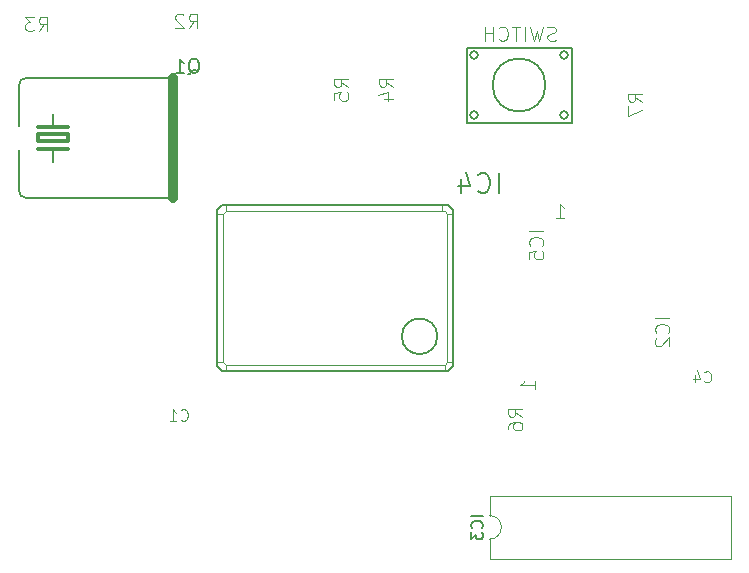
<source format=gbr>
%TF.GenerationSoftware,KiCad,Pcbnew,(6.0.5)*%
%TF.CreationDate,2022-11-15T14:41:10-03:00*%
%TF.ProjectId,obsonet_1,6f62736f-6e65-4745-9f31-2e6b69636164,rev?*%
%TF.SameCoordinates,Original*%
%TF.FileFunction,Legend,Bot*%
%TF.FilePolarity,Positive*%
%FSLAX46Y46*%
G04 Gerber Fmt 4.6, Leading zero omitted, Abs format (unit mm)*
G04 Created by KiCad (PCBNEW (6.0.5)) date 2022-11-15 14:41:10*
%MOMM*%
%LPD*%
G01*
G04 APERTURE LIST*
%ADD10C,0.081280*%
%ADD11C,0.096520*%
%ADD12C,0.101600*%
%ADD13C,0.127000*%
%ADD14C,0.150000*%
%ADD15C,0.177800*%
%ADD16C,0.304800*%
%ADD17C,0.812800*%
%ADD18C,0.152400*%
%ADD19C,0.120000*%
%ADD20C,0.050800*%
G04 APERTURE END LIST*
D10*
%TO.C,C1*%
X115815717Y-108283014D02*
X115861679Y-108328976D01*
X115999565Y-108374938D01*
X116091489Y-108374938D01*
X116229374Y-108328976D01*
X116321298Y-108237052D01*
X116367260Y-108145128D01*
X116413222Y-107961280D01*
X116413222Y-107823395D01*
X116367260Y-107639547D01*
X116321298Y-107547623D01*
X116229374Y-107455700D01*
X116091489Y-107409738D01*
X115999565Y-107409738D01*
X115861679Y-107455700D01*
X115815717Y-107501661D01*
X114896479Y-108374938D02*
X115448022Y-108374938D01*
X115172251Y-108374938D02*
X115172251Y-107409738D01*
X115264174Y-107547623D01*
X115356098Y-107639547D01*
X115448022Y-107685509D01*
%TO.C,C4*%
X160150017Y-105037514D02*
X160195979Y-105083476D01*
X160333865Y-105129438D01*
X160425789Y-105129438D01*
X160563674Y-105083476D01*
X160655598Y-104991552D01*
X160701560Y-104899628D01*
X160747522Y-104715780D01*
X160747522Y-104577895D01*
X160701560Y-104394047D01*
X160655598Y-104302123D01*
X160563674Y-104210200D01*
X160425789Y-104164238D01*
X160333865Y-104164238D01*
X160195979Y-104210200D01*
X160150017Y-104256161D01*
X159322703Y-104485971D02*
X159322703Y-105129438D01*
X159552512Y-104118276D02*
X159782322Y-104807704D01*
X159184817Y-104807704D01*
D11*
%TO.C,R2*%
X116503595Y-75126547D02*
X116905761Y-74552023D01*
X117193023Y-75126547D02*
X117193023Y-73920047D01*
X116733404Y-73920047D01*
X116618499Y-73977500D01*
X116561047Y-74034952D01*
X116503595Y-74149857D01*
X116503595Y-74322214D01*
X116561047Y-74437119D01*
X116618499Y-74494571D01*
X116733404Y-74552023D01*
X117193023Y-74552023D01*
X116043976Y-74034952D02*
X115986523Y-73977500D01*
X115871618Y-73920047D01*
X115584357Y-73920047D01*
X115469452Y-73977500D01*
X115411999Y-74034952D01*
X115354547Y-74149857D01*
X115354547Y-74264761D01*
X115411999Y-74437119D01*
X116101428Y-75126547D01*
X115354547Y-75126547D01*
%TO.C,R3*%
X103803595Y-75380547D02*
X104205761Y-74806023D01*
X104493023Y-75380547D02*
X104493023Y-74174047D01*
X104033404Y-74174047D01*
X103918499Y-74231500D01*
X103861047Y-74288952D01*
X103803595Y-74403857D01*
X103803595Y-74576214D01*
X103861047Y-74691119D01*
X103918499Y-74748571D01*
X104033404Y-74806023D01*
X104493023Y-74806023D01*
X103401428Y-74174047D02*
X102654547Y-74174047D01*
X103056714Y-74633666D01*
X102884357Y-74633666D01*
X102769452Y-74691119D01*
X102711999Y-74748571D01*
X102654547Y-74863476D01*
X102654547Y-75150738D01*
X102711999Y-75265642D01*
X102769452Y-75323095D01*
X102884357Y-75380547D01*
X103229071Y-75380547D01*
X103343976Y-75323095D01*
X103401428Y-75265642D01*
D12*
%TO.C,R4*%
X133800547Y-80089102D02*
X133226023Y-79686936D01*
X133800547Y-79399674D02*
X132594047Y-79399674D01*
X132594047Y-79859293D01*
X132651500Y-79974198D01*
X132708952Y-80031650D01*
X132823857Y-80089102D01*
X132996214Y-80089102D01*
X133111119Y-80031650D01*
X133168571Y-79974198D01*
X133226023Y-79859293D01*
X133226023Y-79399674D01*
X132996214Y-81123245D02*
X133800547Y-81123245D01*
X132536595Y-80835983D02*
X133398380Y-80548721D01*
X133398380Y-81295602D01*
%TO.C,R5*%
X129990547Y-80124402D02*
X129416023Y-79722236D01*
X129990547Y-79434974D02*
X128784047Y-79434974D01*
X128784047Y-79894593D01*
X128841500Y-80009498D01*
X128898952Y-80066950D01*
X129013857Y-80124402D01*
X129186214Y-80124402D01*
X129301119Y-80066950D01*
X129358571Y-80009498D01*
X129416023Y-79894593D01*
X129416023Y-79434974D01*
X128784047Y-81215998D02*
X128784047Y-80641474D01*
X129358571Y-80584021D01*
X129301119Y-80641474D01*
X129243666Y-80756379D01*
X129243666Y-81043640D01*
X129301119Y-81158545D01*
X129358571Y-81215998D01*
X129473476Y-81273450D01*
X129760738Y-81273450D01*
X129875642Y-81215998D01*
X129933095Y-81158545D01*
X129990547Y-81043640D01*
X129990547Y-80756379D01*
X129933095Y-80641474D01*
X129875642Y-80584021D01*
%TO.C,R6*%
X144722547Y-108029102D02*
X144148023Y-107626936D01*
X144722547Y-107339674D02*
X143516047Y-107339674D01*
X143516047Y-107799293D01*
X143573500Y-107914198D01*
X143630952Y-107971650D01*
X143745857Y-108029102D01*
X143918214Y-108029102D01*
X144033119Y-107971650D01*
X144090571Y-107914198D01*
X144148023Y-107799293D01*
X144148023Y-107339674D01*
X143516047Y-109063245D02*
X143516047Y-108833436D01*
X143573500Y-108718531D01*
X143630952Y-108661079D01*
X143803309Y-108546174D01*
X144033119Y-108488721D01*
X144492738Y-108488721D01*
X144607642Y-108546174D01*
X144665095Y-108603626D01*
X144722547Y-108718531D01*
X144722547Y-108948340D01*
X144665095Y-109063245D01*
X144607642Y-109120698D01*
X144492738Y-109178150D01*
X144205476Y-109178150D01*
X144090571Y-109120698D01*
X144033119Y-109063245D01*
X143975666Y-108948340D01*
X143975666Y-108718531D01*
X144033119Y-108603626D01*
X144090571Y-108546174D01*
X144205476Y-108488721D01*
%TO.C,R7*%
X154882547Y-81359102D02*
X154308023Y-80956936D01*
X154882547Y-80669674D02*
X153676047Y-80669674D01*
X153676047Y-81129293D01*
X153733500Y-81244198D01*
X153790952Y-81301650D01*
X153905857Y-81359102D01*
X154078214Y-81359102D01*
X154193119Y-81301650D01*
X154250571Y-81244198D01*
X154308023Y-81129293D01*
X154308023Y-80669674D01*
X153676047Y-81761269D02*
X153676047Y-82565602D01*
X154882547Y-82048531D01*
D11*
%TO.C,IC2*%
X157168547Y-99656452D02*
X155962047Y-99656452D01*
X157053642Y-100920404D02*
X157111095Y-100862952D01*
X157168547Y-100690595D01*
X157168547Y-100575690D01*
X157111095Y-100403333D01*
X156996190Y-100288428D01*
X156881285Y-100230976D01*
X156651476Y-100173523D01*
X156479119Y-100173523D01*
X156249309Y-100230976D01*
X156134404Y-100288428D01*
X156019500Y-100403333D01*
X155962047Y-100575690D01*
X155962047Y-100690595D01*
X156019500Y-100862952D01*
X156076952Y-100920404D01*
X156076952Y-101380023D02*
X156019500Y-101437476D01*
X155962047Y-101552381D01*
X155962047Y-101839642D01*
X156019500Y-101954547D01*
X156076952Y-102012000D01*
X156191857Y-102069452D01*
X156306761Y-102069452D01*
X156479119Y-102012000D01*
X157168547Y-101322571D01*
X157168547Y-102069452D01*
D13*
%TO.C,Q1*%
X116465954Y-79051452D02*
X116580859Y-78994000D01*
X116695764Y-78879095D01*
X116868121Y-78706738D01*
X116983026Y-78649285D01*
X117097930Y-78649285D01*
X117040478Y-78936547D02*
X117155383Y-78879095D01*
X117270288Y-78764190D01*
X117327740Y-78534380D01*
X117327740Y-78132214D01*
X117270288Y-77902404D01*
X117155383Y-77787500D01*
X117040478Y-77730047D01*
X116810669Y-77730047D01*
X116695764Y-77787500D01*
X116580859Y-77902404D01*
X116523407Y-78132214D01*
X116523407Y-78534380D01*
X116580859Y-78764190D01*
X116695764Y-78879095D01*
X116810669Y-78936547D01*
X117040478Y-78936547D01*
X115374359Y-78936547D02*
X116063788Y-78936547D01*
X115719073Y-78936547D02*
X115719073Y-77730047D01*
X115833978Y-77902404D01*
X115948883Y-78017309D01*
X116063788Y-78074761D01*
D14*
%TO.C,IC3*%
X141407380Y-116423809D02*
X140407380Y-116423809D01*
X141312142Y-117471428D02*
X141359761Y-117423809D01*
X141407380Y-117280952D01*
X141407380Y-117185714D01*
X141359761Y-117042857D01*
X141264523Y-116947619D01*
X141169285Y-116900000D01*
X140978809Y-116852380D01*
X140835952Y-116852380D01*
X140645476Y-116900000D01*
X140550238Y-116947619D01*
X140455000Y-117042857D01*
X140407380Y-117185714D01*
X140407380Y-117280952D01*
X140455000Y-117423809D01*
X140502619Y-117471428D01*
X140407380Y-117804761D02*
X140407380Y-118423809D01*
X140788333Y-118090476D01*
X140788333Y-118233333D01*
X140835952Y-118328571D01*
X140883571Y-118376190D01*
X140978809Y-118423809D01*
X141216904Y-118423809D01*
X141312142Y-118376190D01*
X141359761Y-118328571D01*
X141407380Y-118233333D01*
X141407380Y-117947619D01*
X141359761Y-117852380D01*
X141312142Y-117804761D01*
D12*
X145767547Y-105685278D02*
X145767547Y-104995849D01*
X145767547Y-105340563D02*
X144561047Y-105340563D01*
X144733404Y-105225659D01*
X144848309Y-105110754D01*
X144905761Y-104995849D01*
D11*
%TO.C,SW1*%
X147549047Y-76152195D02*
X147376690Y-76209647D01*
X147089428Y-76209647D01*
X146974523Y-76152195D01*
X146917071Y-76094742D01*
X146859618Y-75979838D01*
X146859618Y-75864933D01*
X146917071Y-75750028D01*
X146974523Y-75692576D01*
X147089428Y-75635123D01*
X147319238Y-75577671D01*
X147434142Y-75520219D01*
X147491595Y-75462766D01*
X147549047Y-75347861D01*
X147549047Y-75232957D01*
X147491595Y-75118052D01*
X147434142Y-75060600D01*
X147319238Y-75003147D01*
X147031976Y-75003147D01*
X146859618Y-75060600D01*
X146457452Y-75003147D02*
X146170190Y-76209647D01*
X145940380Y-75347861D01*
X145710571Y-76209647D01*
X145423309Y-75003147D01*
X144963690Y-76209647D02*
X144963690Y-75003147D01*
X144561523Y-75003147D02*
X143872095Y-75003147D01*
X144216809Y-76209647D02*
X144216809Y-75003147D01*
X142780499Y-76094742D02*
X142837952Y-76152195D01*
X143010309Y-76209647D01*
X143125214Y-76209647D01*
X143297571Y-76152195D01*
X143412476Y-76037290D01*
X143469928Y-75922385D01*
X143527380Y-75692576D01*
X143527380Y-75520219D01*
X143469928Y-75290409D01*
X143412476Y-75175504D01*
X143297571Y-75060600D01*
X143125214Y-75003147D01*
X143010309Y-75003147D01*
X142837952Y-75060600D01*
X142780499Y-75118052D01*
X142263428Y-76209647D02*
X142263428Y-75003147D01*
X142263428Y-75577671D02*
X141573999Y-75577671D01*
X141573999Y-76209647D02*
X141573999Y-75003147D01*
%TO.C,IC5*%
X146500547Y-92290452D02*
X145294047Y-92290452D01*
X146385642Y-93554404D02*
X146443095Y-93496952D01*
X146500547Y-93324595D01*
X146500547Y-93209690D01*
X146443095Y-93037333D01*
X146328190Y-92922428D01*
X146213285Y-92864976D01*
X145983476Y-92807523D01*
X145811119Y-92807523D01*
X145581309Y-92864976D01*
X145466404Y-92922428D01*
X145351500Y-93037333D01*
X145294047Y-93209690D01*
X145294047Y-93324595D01*
X145351500Y-93496952D01*
X145408952Y-93554404D01*
X145294047Y-94646000D02*
X145294047Y-94071476D01*
X145868571Y-94014023D01*
X145811119Y-94071476D01*
X145753666Y-94186381D01*
X145753666Y-94473642D01*
X145811119Y-94588547D01*
X145868571Y-94646000D01*
X145983476Y-94703452D01*
X146270738Y-94703452D01*
X146385642Y-94646000D01*
X146443095Y-94588547D01*
X146500547Y-94473642D01*
X146500547Y-94186381D01*
X146443095Y-94071476D01*
X146385642Y-94014023D01*
D12*
X147605749Y-91195647D02*
X148295178Y-91195647D01*
X147950463Y-91195647D02*
X147950463Y-89989147D01*
X148065368Y-90161504D01*
X148180273Y-90276409D01*
X148295178Y-90333861D01*
D15*
%TO.C,IC4*%
X142753503Y-89073566D02*
X142753503Y-87384466D01*
X140983970Y-88912700D02*
X141064403Y-88993133D01*
X141305703Y-89073566D01*
X141466570Y-89073566D01*
X141707870Y-88993133D01*
X141868736Y-88832266D01*
X141949170Y-88671400D01*
X142029603Y-88349666D01*
X142029603Y-88108366D01*
X141949170Y-87786633D01*
X141868736Y-87625766D01*
X141707870Y-87464900D01*
X141466570Y-87384466D01*
X141305703Y-87384466D01*
X141064403Y-87464900D01*
X140983970Y-87545333D01*
X139536170Y-87947500D02*
X139536170Y-89073566D01*
X139938336Y-87304033D02*
X140340503Y-88510533D01*
X139294870Y-88510533D01*
D16*
%TO.C,Q1*%
X103748900Y-84096600D02*
X106288900Y-84096600D01*
D17*
X115178900Y-79346800D02*
X115178900Y-89506800D01*
D18*
X115178900Y-89506800D02*
X102732900Y-89506800D01*
D16*
X103748900Y-83487000D02*
X105018900Y-83487000D01*
X105018900Y-85366600D02*
X106288900Y-85366600D01*
X105018900Y-83487000D02*
X106288900Y-83487000D01*
D18*
X102732900Y-79346800D02*
X115178900Y-79346800D01*
X105018900Y-83487000D02*
X105018900Y-82394800D01*
D16*
X106288900Y-84731600D02*
X103748900Y-84731600D01*
D18*
X102097900Y-83410800D02*
X102097900Y-79981800D01*
D16*
X103748900Y-84731600D02*
X103748900Y-84096600D01*
D18*
X102097900Y-88871800D02*
X102097900Y-85442800D01*
D16*
X103748900Y-85366600D02*
X105018900Y-85366600D01*
D18*
X105018900Y-85366600D02*
X105018900Y-86458800D01*
D16*
X106288900Y-84096600D02*
X106288900Y-84731600D01*
D18*
X102732900Y-79346800D02*
G75*
G03*
X102097900Y-79981800I-1J-634999D01*
G01*
X102097900Y-88871800D02*
G75*
G03*
X102732900Y-89506800I635000J0D01*
G01*
D19*
%TO.C,IC3*%
X141955000Y-114750000D02*
X162395000Y-114750000D01*
X141955000Y-116400000D02*
X141955000Y-114750000D01*
X162395000Y-120050000D02*
X141955000Y-120050000D01*
X141955000Y-120050000D02*
X141955000Y-118400000D01*
X162395000Y-114750000D02*
X162395000Y-120050000D01*
X141955000Y-118400000D02*
G75*
G03*
X141955000Y-116400000I0J1000000D01*
G01*
D13*
%TO.C,SW1*%
X140007400Y-83125100D02*
X148897400Y-83125100D01*
X140007400Y-76775100D02*
X140007400Y-83125100D01*
X148897400Y-76775100D02*
X140007400Y-76775100D01*
X148897400Y-83125100D02*
X148897400Y-76775100D01*
X146697400Y-79950100D02*
G75*
G03*
X146697400Y-79950100I-2245000J0D01*
G01*
X140959900Y-77410100D02*
G75*
G03*
X140959900Y-77410100I-317500J0D01*
G01*
X140959900Y-82490100D02*
G75*
G03*
X140959900Y-82490100I-317500J0D01*
G01*
X148579900Y-82490100D02*
G75*
G03*
X148579900Y-82490100I-317500J0D01*
G01*
X148579900Y-77410100D02*
G75*
G03*
X148579900Y-77410100I-317500J0D01*
G01*
D20*
%TO.C,IC4*%
X138894900Y-90876800D02*
X138394900Y-90876800D01*
X119644900Y-90626800D02*
X119394900Y-90876800D01*
X138144900Y-104126800D02*
X138144900Y-103626800D01*
X137894900Y-90126800D02*
X137894900Y-90626800D01*
X119644900Y-90126800D02*
X119644900Y-90626800D01*
X138394900Y-90876800D02*
X138144900Y-90626800D01*
X119644900Y-103626800D02*
X119644900Y-104126800D01*
D13*
X138469900Y-90126800D02*
X137894900Y-90126800D01*
X119644900Y-104126800D02*
X138144900Y-104126800D01*
D20*
X138144900Y-103626800D02*
X138394900Y-103376800D01*
D13*
X118894900Y-90876800D02*
X118894900Y-103376800D01*
D20*
X137894900Y-90626800D02*
X119644900Y-90626800D01*
X119394900Y-90876800D02*
X119394900Y-103376800D01*
D13*
X138894900Y-103701800D02*
X138894900Y-103376800D01*
X118894900Y-90551800D02*
X118894900Y-90876800D01*
D20*
X119394900Y-103376800D02*
X119644900Y-103626800D01*
X118894900Y-90876800D02*
X119394900Y-90876800D01*
X138894900Y-103376800D02*
X138394900Y-103376800D01*
D13*
X118894900Y-103701800D02*
X119319900Y-104126800D01*
X138144900Y-104126800D02*
X138469900Y-104126800D01*
D20*
X118894900Y-103376800D02*
X119394900Y-103376800D01*
D13*
X119319900Y-90126800D02*
X118894900Y-90551800D01*
X138894900Y-90551800D02*
X138469900Y-90126800D01*
X118894900Y-103376800D02*
X118894900Y-103701800D01*
X119644900Y-90126800D02*
X119319900Y-90126800D01*
X138894900Y-90876800D02*
X138894900Y-90551800D01*
X119319900Y-104126800D02*
X119644900Y-104126800D01*
X138469900Y-104126800D02*
X138894900Y-103701800D01*
X137894900Y-90126800D02*
X119644900Y-90126800D01*
X138894900Y-103376800D02*
X138894900Y-90876800D01*
D20*
X138144900Y-90626800D02*
X137894900Y-90626800D01*
X138394900Y-103376800D02*
X138394900Y-90876800D01*
X119644900Y-103626800D02*
X138144900Y-103626800D01*
D13*
X137534900Y-101226800D02*
G75*
G03*
X137534900Y-101226800I-1500000J0D01*
G01*
%TD*%
M02*

</source>
